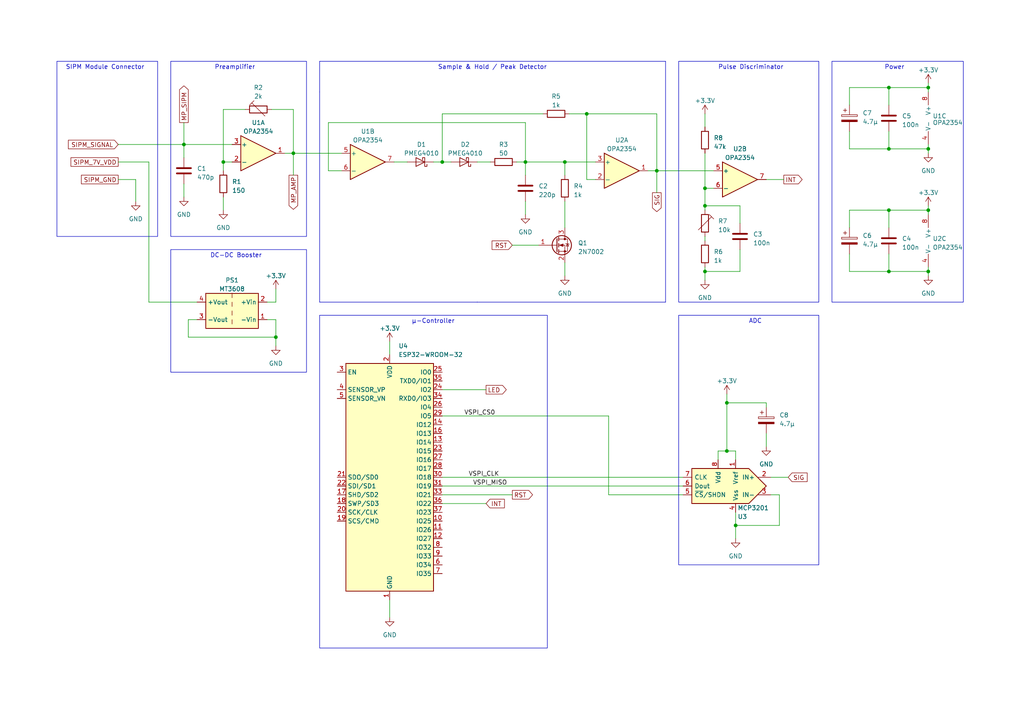
<source format=kicad_sch>
(kicad_sch (version 20230121) (generator eeschema)
  (paper "A4")
  (title_block (title "Gamma Spectrometer"))
  (lib_symbols
    (symbol "Amplifier_Operational:OPA2356xxD" (pin_names (offset 0.127))
      (property "Reference" "U" (at 0 5.08 0))
      (property "Value" "OPA2356xxD" (at 0 -5.08 0))
      (symbol "OPA2356xxD_1_1"
        (polyline (pts (xy -5.08 5.08) (xy 5.08 0) (xy -5.08 -5.08) (xy -5.08 5.08)) (stroke (width 0.254)) (fill (type background)))
        (pin output line (at 7.62 0 180) (length 2.54) (name "~") (number "1"))
        (pin input line (at -7.62 -2.54 0) (length 2.54) (name "-") (number "2"))
        (pin input line (at -7.62 2.54 0) (length 2.54) (name "+") (number "3"))
      )
      (symbol "OPA2356xxD_2_1"
        (polyline (pts (xy -5.08 5.08) (xy 5.08 0) (xy -5.08 -5.08) (xy -5.08 5.08)) (stroke (width 0.254)) (fill (type background)))
        (pin input line (at -7.62 2.54 0) (length 2.54) (name "+") (number "5"))
        (pin input line (at -7.62 -2.54 0) (length 2.54) (name "-") (number "6"))
        (pin output line (at 7.62 0 180) (length 2.54) (name "~") (number "7"))
      )
      (symbol "OPA2356xxD_3_1"
        (pin power_in line (at -2.54 -7.62 90) (length 3.81) (name "V-") (number "4"))
        (pin power_in line (at -2.54 7.62 270) (length 3.81) (name "V+") (number "8"))
      )
    )
    (symbol "Analog_ADC:MCP3201" (pin_names (offset 0.762))
      (property "Reference" "U" (at 3.81 8.89 0))
      (property "Value" "MCP3201" (at 3.81 6.35 0))
      (symbol "MCP3201_0_0"
        (polyline (pts (xy -11.43 0) (xy -6.35 5.08) (xy 10.16 5.08) (xy 10.16 -5.08) (xy -6.35 -5.08) (xy -11.43 0)) (stroke (width 0.254)) (fill (type background)))
      )
      (symbol "MCP3201_1_1"
        (pin power_in line (at -2.54 7.62 270) (length 2.54) (name "Vref") (number "1"))
        (pin input line (at -12.7 2.54 0) (length 3.81) (name "IN+") (number "2"))
        (pin input line (at -12.7 -2.54 0) (length 3.81) (name "IN-") (number "3"))
        (pin power_in line (at -2.54 -7.62 90) (length 2.54) (name "Vss") (number "4"))
        (pin input line (at 12.7 -2.54 180) (length 2.54) (name "~{CS}/SHDN") (number "5"))
        (pin output line (at 12.7 0 180) (length 2.54) (name "Dout") (number "6"))
        (pin input line (at 12.7 2.54 180) (length 2.54) (name "CLK") (number "7"))
        (pin power_in line (at 2.54 7.62 270) (length 2.54) (name "Vdd") (number "8"))
      )
    )
    (symbol "Converter_DCDC:MEE1S0315SC"
      (property "Reference" "PS" (at -7.62 6.35 0))
      (property "Value" "MEE1S0315SC" (at 1.27 6.35 0))
      (symbol "MEE1S0315SC_0_0"
        (pin power_in line (at -10.16 -2.54 0) (length 2.54) (name "-Vin") (number "1"))
        (pin power_in line (at -10.16 2.54 0) (length 2.54) (name "+Vin") (number "2"))
        (pin power_out line (at 10.16 -2.54 180) (length 2.54) (name "-Vout") (number "3"))
        (pin power_out line (at 10.16 2.54 180) (length 2.54) (name "+Vout") (number "4"))
      )
      (symbol "MEE1S0315SC_0_1"
        (rectangle (start -7.62 5.08) (end 7.62 -5.08) (stroke (width 0.254)) (fill (type background)))
        (polyline (pts (xy 0 -2.54) (xy 0 -3.81)))
        (polyline (pts (xy 0 0) (xy 0 -1.27)))
        (polyline (pts (xy 0 2.54) (xy 0 1.27)))
        (polyline (pts (xy 0 5.08) (xy 0 3.81)))
      )
    )
    (symbol "Device:C" (pin_numbers hide) (pin_names (offset 0.254))
      (property "Reference" "C" (at 0.635 2.54 0))
      (property "Value" "C" (at 0.635 -2.54 0))
      (symbol "C_0_1"
        (polyline (pts (xy -2.032 -0.762) (xy 2.032 -0.762)) (stroke (width 0.508)))
        (polyline (pts (xy -2.032 0.762) (xy 2.032 0.762)) (stroke (width 0.508)))
      )
      (symbol "C_1_1"
        (pin passive line (at 0 3.81 270) (length 2.794) (name "~") (number "1"))
        (pin passive line (at 0 -3.81 90) (length 2.794) (name "~") (number "2"))
      )
    )
    (symbol "Device:C_Polarized" (pin_numbers hide) (pin_names (offset 0.254))
      (property "Reference" "C" (at 0.635 2.54 0))
      (property "Value" "C_Polarized" (at 0.635 -2.54 0))
      (symbol "C_Polarized_0_1"
        (rectangle (start -2.286 0.508) (end 2.286 1.016))
        (polyline (pts (xy -1.778 2.286) (xy -0.762 2.286)))
        (polyline (pts (xy -1.27 2.794) (xy -1.27 1.778)))
        (rectangle (start 2.286 -0.508) (end -2.286 -1.016) (fill (type outline)))
      )
      (symbol "C_Polarized_1_1"
        (pin passive line (at 0 3.81 270) (length 2.794) (name "~") (number "1"))
        (pin passive line (at 0 -3.81 90) (length 2.794) (name "~") (number "2"))
      )
    )
    (symbol "Device:R" (pin_numbers hide) (pin_names (offset 0))
      (property "Reference" "R" (at 2.032 0 90))
      (property "Value" "R" (at 0 0 90))
      (symbol "R_0_1"
        (rectangle (start -1.016 -2.54) (end 1.016 2.54) (stroke (width 0.254)))
      )
      (symbol "R_1_1"
        (pin passive line (at 0 3.81 270) (length 1.27) (name "~") (number "1"))
        (pin passive line (at 0 -3.81 90) (length 1.27) (name "~") (number "2"))
      )
    )
    (symbol "Device:R_Trim" (pin_numbers hide) (pin_names (offset 0))
      (property "Reference" "R" (at 2.54 -2.54 90))
      (property "Value" "R_Trim" (at -2.54 -0.635 90))
      (symbol "R_Trim_0_1"
        (rectangle (start -1.016 -2.54) (end 1.016 2.54) (stroke (width 0.254)))
        (polyline (pts (xy -1.905 -1.905) (xy 1.905 1.905) (xy 2.54 1.27) (xy 1.27 2.54)))
      )
      (symbol "R_Trim_1_1"
        (pin passive line (at 0 3.81 270) (length 1.27) (name "~") (number "1"))
        (pin passive line (at 0 -3.81 90) (length 1.27) (name "~") (number "2"))
      )
    )
    (symbol "Diode:PMEG4010ER" (pin_numbers hide) (pin_names hide)
      (property "Reference" "D" (at 0 2.54 0))
      (property "Value" "PMEG4010ER" (at 0 -2.54 0))
      (symbol "PMEG4010ER_0_1"
        (polyline (pts (xy 1.27 0) (xy -1.27 0)))
        (polyline (pts (xy 1.27 1.27) (xy 1.27 -1.27) (xy -1.27 0) (xy 1.27 1.27)) (stroke (width 0.2032)))
        (polyline (pts (xy -1.905 0.635) (xy -1.905 1.27) (xy -1.27 1.27) (xy -1.27 -1.27) (xy -0.635 -1.27) (xy -0.635 -0.635)) (stroke (width 0.2032)))
      )
      (symbol "PMEG4010ER_1_1"
        (pin passive line (at -3.81 0 0) (length 2.54) (name "K") (number "1"))
        (pin passive line (at 3.81 0 180) (length 2.54) (name "A") (number "2"))
      )
    )
    (symbol "RF_Module:ESP32-WROOM-32"
      (property "Reference" "U" (at -12.7 34.29 0))
      (property "Value" "ESP32-WROOM-32" (at 1.27 34.29 0))
      (symbol "ESP32-WROOM-32_0_1"
        (rectangle (start -12.7 33.02) (end 12.7 -33.02) (stroke (width 0.254)) (fill (type background)))
      )
      (symbol "ESP32-WROOM-32_1_1"
        (pin power_in line (at 0 -35.56 90) (length 2.54) (name "GND") (number "1"))
        (pin bidirectional line (at 15.24 -12.7 180) (length 2.54) (name "IO25") (number "10"))
        (pin bidirectional line (at 15.24 -15.24 180) (length 2.54) (name "IO26") (number "11"))
        (pin bidirectional line (at 15.24 -17.78 180) (length 2.54) (name "IO27") (number "12"))
        (pin bidirectional line (at 15.24 10.16 180) (length 2.54) (name "IO14") (number "13"))
        (pin bidirectional line (at 15.24 15.24 180) (length 2.54) (name "IO12") (number "14"))
        (pin passive line (at 0 -35.56 90) (length 2.54) hide (name "GND") (number "15"))
        (pin bidirectional line (at 15.24 12.7 180) (length 2.54) (name "IO13") (number "16"))
        (pin bidirectional line (at -15.24 -5.08 0) (length 2.54) (name "SHD/SD2") (number "17"))
        (pin bidirectional line (at -15.24 -7.62 0) (length 2.54) (name "SWP/SD3") (number "18"))
        (pin bidirectional line (at -15.24 -12.7 0) (length 2.54) (name "SCS/CMD") (number "19"))
        (pin power_in line (at 0 35.56 270) (length 2.54) (name "VDD") (number "2"))
        (pin bidirectional line (at -15.24 -10.16 0) (length 2.54) (name "SCK/CLK") (number "20"))
        (pin bidirectional line (at -15.24 0 0) (length 2.54) (name "SDO/SD0") (number "21"))
        (pin bidirectional line (at -15.24 -2.54 0) (length 2.54) (name "SDI/SD1") (number "22"))
        (pin bidirectional line (at 15.24 7.62 180) (length 2.54) (name "IO15") (number "23"))
        (pin bidirectional line (at 15.24 25.4 180) (length 2.54) (name "IO2") (number "24"))
        (pin bidirectional line (at 15.24 30.48 180) (length 2.54) (name "IO0") (number "25"))
        (pin bidirectional line (at 15.24 20.32 180) (length 2.54) (name "IO4") (number "26"))
        (pin bidirectional line (at 15.24 5.08 180) (length 2.54) (name "IO16") (number "27"))
        (pin bidirectional line (at 15.24 2.54 180) (length 2.54) (name "IO17") (number "28"))
        (pin bidirectional line (at 15.24 17.78 180) (length 2.54) (name "IO5") (number "29"))
        (pin input line (at -15.24 30.48 0) (length 2.54) (name "EN") (number "3"))
        (pin bidirectional line (at 15.24 0 180) (length 2.54) (name "IO18") (number "30"))
        (pin bidirectional line (at 15.24 -2.54 180) (length 2.54) (name "IO19") (number "31"))
        (pin no_connect line (at -12.7 -27.94 0) (length 2.54) hide (name "NC") (number "32"))
        (pin bidirectional line (at 15.24 -5.08 180) (length 2.54) (name "IO21") (number "33"))
        (pin bidirectional line (at 15.24 22.86 180) (length 2.54) (name "RXD0/IO3") (number "34"))
        (pin bidirectional line (at 15.24 27.94 180) (length 2.54) (name "TXD0/IO1") (number "35"))
        (pin bidirectional line (at 15.24 -7.62 180) (length 2.54) (name "IO22") (number "36"))
        (pin bidirectional line (at 15.24 -10.16 180) (length 2.54) (name "IO23") (number "37"))
        (pin passive line (at 0 -35.56 90) (length 2.54) hide (name "GND") (number "38"))
        (pin passive line (at 0 -35.56 90) (length 2.54) hide (name "GND") (number "39"))
        (pin input line (at -15.24 25.4 0) (length 2.54) (name "SENSOR_VP") (number "4"))
        (pin input line (at -15.24 22.86 0) (length 2.54) (name "SENSOR_VN") (number "5"))
        (pin input line (at 15.24 -25.4 180) (length 2.54) (name "IO34") (number "6"))
        (pin input line (at 15.24 -27.94 180) (length 2.54) (name "IO35") (number "7"))
        (pin bidirectional line (at 15.24 -20.32 180) (length 2.54) (name "IO32") (number "8"))
        (pin bidirectional line (at 15.24 -22.86 180) (length 2.54) (name "IO33") (number "9"))
      )
    )
    (symbol "Transistor_FET:2N7002" (pin_names hide)
      (property "Reference" "Q" (at 5.08 1.905 0))
      (property "Value" "2N7002" (at 5.08 0 0))
      (symbol "2N7002_0_1"
        (polyline (pts (xy 0.254 0) (xy -2.54 0)))
        (polyline (pts (xy 0.254 1.905) (xy 0.254 -1.905)) (stroke (width 0.254)))
        (polyline (pts (xy 0.762 -1.27) (xy 0.762 -2.286)) (stroke (width 0.254)))
        (polyline (pts (xy 0.762 0.508) (xy 0.762 -0.508)) (stroke (width 0.254)))
        (polyline (pts (xy 0.762 2.286) (xy 0.762 1.27)) (stroke (width 0.254)))
        (polyline (pts (xy 2.54 2.54) (xy 2.54 1.778)))
        (polyline (pts (xy 2.54 -2.54) (xy 2.54 0) (xy 0.762 0)))
        (polyline (pts (xy 0.762 -1.778) (xy 3.302 -1.778) (xy 3.302 1.778) (xy 0.762 1.778)))
        (polyline (pts (xy 1.016 0) (xy 2.032 0.381) (xy 2.032 -0.381) (xy 1.016 0)) (fill (type outline)))
        (polyline (pts (xy 2.794 0.508) (xy 2.921 0.381) (xy 3.683 0.381) (xy 3.81 0.254)))
        (polyline (pts (xy 3.302 0.381) (xy 2.921 -0.254) (xy 3.683 -0.254) (xy 3.302 0.381)))
        (circle (center 1.651 0) (radius 2.794) (stroke (width 0.254)))
        (circle (center 2.54 -1.778) (radius 0.254) (fill (type outline)))
        (circle (center 2.54 1.778) (radius 0.254) (fill (type outline)))
      )
      (symbol "2N7002_1_1"
        (pin input line (at -5.08 0 0) (length 2.54) (name "G") (number "1"))
        (pin passive line (at 2.54 -5.08 90) (length 2.54) (name "S") (number "2"))
        (pin passive line (at 2.54 5.08 270) (length 2.54) (name "D") (number "3"))
      )
    )
    (symbol "power:+3.3V" (power) (pin_names (offset 0))
      (property "Value" "+3.3V" (at 0 3.556 0))
      (symbol "+3.3V_0_1"
        (polyline (pts (xy -0.762 1.27) (xy 0 2.54)))
        (polyline (pts (xy 0 0) (xy 0 2.54)))
        (polyline (pts (xy 0 2.54) (xy 0.762 1.27)))
      )
      (symbol "+3.3V_1_1"
        (pin power_in line (at 0 0 90) (length 0) hide (name "+3.3V") (number "1"))
      )
    )
    (symbol "power:GND" (power) (pin_names (offset 0))
      (property "Value" "GND" (at 0 -3.81 0))
      (symbol "GND_0_1"
        (polyline (pts (xy 0 0) (xy 0 -1.27) (xy 1.27 -1.27) (xy 0 -2.54) (xy -1.27 -1.27) (xy 0 -1.27)))
      )
      (symbol "GND_1_1"
        (pin power_in line (at 0 0 270) (length 0) hide (name "GND") (number "1"))
      )
    )
  )
  (junction (at 80.01 97.79))
  (junction (at 257.81 60.96))
  (junction (at 213.36 152.4))
  (junction (at 204.47 78.74))
  (junction (at 257.81 43.18))
  (junction (at 269.24 60.96))
  (junction (at 64.77 46.99))
  (junction (at 269.24 78.74))
  (junction (at 210.82 116.84))
  (junction (at 53.34 41.91))
  (junction (at 85.09 44.45))
  (junction (at 204.47 54.61))
  (junction (at 269.24 43.18))
  (junction (at 152.4 46.99))
  (junction (at 269.24 25.4))
  (junction (at 163.83 46.99))
  (junction (at 190.5 49.53))
  (junction (at 257.81 78.74))
  (junction (at 128.27 46.99))
  (junction (at 257.81 25.4))
  (junction (at 170.18 33.02))
  (junction (at 210.82 130.81))
  (junction (at 204.47 59.69))
  (wire (pts (xy 64.77 46.99) (xy 67.31 46.99)))
  (wire (pts (xy 113.03 173.99) (xy 113.03 179.07)))
  (wire (pts (xy 43.18 46.99) (xy 43.18 87.63)))
  (wire (pts (xy 138.43 46.99) (xy 142.24 46.99)))
  (wire (pts (xy 43.18 87.63) (xy 57.15 87.63)))
  (wire (pts (xy 204.47 78.74) (xy 214.63 78.74)))
  (wire (pts (xy 257.81 25.4) (xy 257.81 30.48)))
  (wire (pts (xy 213.36 152.4) (xy 213.36 156.21)))
  (wire (pts (xy 204.47 78.74) (xy 204.47 81.28)))
  (polyline (pts (xy 138.43 87.63) (xy 138.43 87.63)))
  (polyline (pts (xy 92.71 87.63) (xy 138.43 87.63)))
  (wire (pts (xy 204.47 44.45) (xy 204.47 54.61)))
  (wire (pts (xy 204.47 77.47) (xy 204.47 78.74)))
  (wire (pts (xy 269.24 43.18) (xy 269.24 44.45)))
  (wire (pts (xy 64.77 57.15) (xy 64.77 60.96)))
  (wire (pts (xy 54.61 92.71) (xy 54.61 97.79)))
  (polyline (pts (xy 92.71 26.67) (xy 92.71 87.63)))
  (wire (pts (xy 128.27 46.99) (xy 130.81 46.99)))
  (wire (pts (xy 269.24 78.74) (xy 269.24 80.01)))
  (wire (pts (xy 34.29 52.07) (xy 39.37 52.07)))
  (wire (pts (xy 165.1 33.02) (xy 170.18 33.02)))
  (wire (pts (xy 85.09 44.45) (xy 99.06 44.45)))
  (wire (pts (xy 170.18 33.02) (xy 190.5 33.02)))
  (wire (pts (xy 53.34 53.34) (xy 53.34 57.15)))
  (wire (pts (xy 64.77 31.75) (xy 71.12 31.75)))
  (wire (pts (xy 80.01 87.63) (xy 77.47 87.63)))
  (wire (pts (xy 54.61 92.71) (xy 57.15 92.71)))
  (wire (pts (xy 152.4 46.99) (xy 163.83 46.99)))
  (wire (pts (xy 210.82 114.3) (xy 210.82 116.84)))
  (wire (pts (xy 53.34 41.91) (xy 53.34 45.72)))
  (wire (pts (xy 223.52 138.43) (xy 228.6 138.43)))
  (wire (pts (xy 269.24 25.4) (xy 269.24 26.67)))
  (wire (pts (xy 210.82 130.81) (xy 213.36 130.81)))
  (wire (pts (xy 257.81 38.1) (xy 257.81 43.18)))
  (wire (pts (xy 54.61 97.79) (xy 80.01 97.79)))
  (wire (pts (xy 204.47 33.02) (xy 204.47 36.83)))
  (wire (pts (xy 204.47 68.58) (xy 204.47 69.85)))
  (wire (pts (xy 125.73 46.99) (xy 128.27 46.99)))
  (wire (pts (xy 190.5 49.53) (xy 190.5 55.88)))
  (wire (pts (xy 128.27 143.51) (xy 148.59 143.51)))
  (wire (pts (xy 43.18 46.99) (xy 34.29 46.99)))
  (wire (pts (xy 207.01 54.61) (xy 204.47 54.61)))
  (wire (pts (xy 269.24 24.13) (xy 269.24 25.4)))
  (wire (pts (xy 80.01 83.82) (xy 80.01 87.63)))
  (wire (pts (xy 198.12 143.51) (xy 176.53 143.51)))
  (wire (pts (xy 204.47 59.69) (xy 204.47 60.96)))
  (wire (pts (xy 204.47 59.69) (xy 214.63 59.69)))
  (wire (pts (xy 152.4 58.42) (xy 152.4 62.23)))
  (wire (pts (xy 80.01 97.79) (xy 80.01 100.33)))
  (wire (pts (xy 95.25 35.56) (xy 152.4 35.56)))
  (polyline (pts (xy 193.04 87.63) (xy 193.04 17.78)))
  (wire (pts (xy 82.55 44.45) (xy 85.09 44.45)))
  (wire (pts (xy 257.81 43.18) (xy 269.24 43.18)))
  (wire (pts (xy 114.3 46.99) (xy 118.11 46.99)))
  (wire (pts (xy 223.52 143.51) (xy 226.06 143.51)))
  (wire (pts (xy 208.28 133.35) (xy 208.28 130.81)))
  (wire (pts (xy 246.38 60.96) (xy 257.81 60.96)))
  (wire (pts (xy 210.82 116.84) (xy 222.25 116.84)))
  (wire (pts (xy 226.06 143.51) (xy 226.06 152.4)))
  (wire (pts (xy 85.09 31.75) (xy 85.09 44.45)))
  (wire (pts (xy 222.25 52.07) (xy 227.33 52.07)))
  (wire (pts (xy 39.37 52.07) (xy 39.37 58.42)))
  (wire (pts (xy 246.38 25.4) (xy 246.38 30.48)))
  (wire (pts (xy 208.28 130.81) (xy 210.82 130.81)))
  (wire (pts (xy 176.53 143.51) (xy 176.53 120.65)))
  (wire (pts (xy 78.74 31.75) (xy 85.09 31.75)))
  (wire (pts (xy 53.34 35.56) (xy 53.34 41.91)))
  (wire (pts (xy 34.29 41.91) (xy 53.34 41.91)))
  (wire (pts (xy 113.03 99.06) (xy 113.03 102.87)))
  (wire (pts (xy 213.36 130.81) (xy 213.36 133.35)))
  (wire (pts (xy 269.24 25.4) (xy 257.81 25.4)))
  (wire (pts (xy 226.06 152.4) (xy 213.36 152.4)))
  (wire (pts (xy 214.63 64.77) (xy 214.63 59.69)))
  (wire (pts (xy 128.27 140.97) (xy 198.12 140.97)))
  (wire (pts (xy 214.63 72.39) (xy 214.63 78.74)))
  (wire (pts (xy 148.59 71.12) (xy 156.21 71.12)))
  (wire (pts (xy 128.27 113.03) (xy 140.97 113.03)))
  (wire (pts (xy 269.24 41.91) (xy 269.24 43.18)))
  (wire (pts (xy 163.83 58.42) (xy 163.83 66.04)))
  (wire (pts (xy 152.4 35.56) (xy 152.4 46.99)))
  (wire (pts (xy 170.18 52.07) (xy 172.72 52.07)))
  (wire (pts (xy 210.82 116.84) (xy 210.82 130.81)))
  (wire (pts (xy 128.27 138.43) (xy 198.12 138.43)))
  (wire (pts (xy 128.27 146.05) (xy 140.97 146.05)))
  (wire (pts (xy 128.27 33.02) (xy 128.27 46.99)))
  (wire (pts (xy 246.38 38.1) (xy 246.38 43.18)))
  (wire (pts (xy 77.47 92.71) (xy 80.01 92.71)))
  (wire (pts (xy 190.5 49.53) (xy 207.01 49.53)))
  (wire (pts (xy 190.5 33.02) (xy 190.5 49.53)))
  (wire (pts (xy 204.47 54.61) (xy 204.47 59.69)))
  (wire (pts (xy 163.83 76.2) (xy 163.83 80.01)))
  (wire (pts (xy 269.24 60.96) (xy 269.24 62.23)))
  (wire (pts (xy 246.38 43.18) (xy 257.81 43.18)))
  (wire (pts (xy 269.24 77.47) (xy 269.24 78.74)))
  (wire (pts (xy 53.34 41.91) (xy 67.31 41.91)))
  (polyline (pts (xy 193.04 17.78) (xy 92.71 17.78)))
  (wire (pts (xy 99.06 49.53) (xy 95.25 49.53)))
  (wire (pts (xy 152.4 46.99) (xy 152.4 50.8)))
  (wire (pts (xy 257.81 25.4) (xy 246.38 25.4)))
  (wire (pts (xy 64.77 46.99) (xy 64.77 31.75)))
  (wire (pts (xy 213.36 148.59) (xy 213.36 152.4)))
  (wire (pts (xy 163.83 46.99) (xy 163.83 50.8)))
  (wire (pts (xy 257.81 78.74) (xy 269.24 78.74)))
  (wire (pts (xy 80.01 92.71) (xy 80.01 97.79)))
  (wire (pts (xy 152.4 46.99) (xy 149.86 46.99)))
  (wire (pts (xy 64.77 49.53) (xy 64.77 46.99)))
  (wire (pts (xy 190.5 49.53) (xy 187.96 49.53)))
  (wire (pts (xy 257.81 60.96) (xy 269.24 60.96)))
  (wire (pts (xy 85.09 44.45) (xy 85.09 50.8)))
  (wire (pts (xy 157.48 33.02) (xy 128.27 33.02)))
  (wire (pts (xy 246.38 66.04) (xy 246.38 60.96)))
  (polyline (pts (xy 138.43 87.63) (xy 193.04 87.63)))
  (wire (pts (xy 246.38 73.66) (xy 246.38 78.74)))
  (wire (pts (xy 95.25 49.53) (xy 95.25 35.56)))
  (wire (pts (xy 170.18 33.02) (xy 170.18 52.07)))
  (wire (pts (xy 222.25 116.84) (xy 222.25 118.11)))
  (wire (pts (xy 222.25 125.73) (xy 222.25 129.54)))
  (wire (pts (xy 257.81 66.04) (xy 257.81 60.96)))
  (wire (pts (xy 246.38 78.74) (xy 257.81 78.74)))
  (wire (pts (xy 269.24 59.69) (xy 269.24 60.96)))
  (polyline (pts (xy 92.71 17.78) (xy 92.71 26.67)))
  (wire (pts (xy 163.83 46.99) (xy 172.72 46.99)))
  (wire (pts (xy 257.81 73.66) (xy 257.81 78.74)))
  (wire (pts (xy 128.27 120.65) (xy 176.53 120.65)))
  (rectangle (start 241.3 17.78) (end 279.4 87.63))
  (rectangle (start 92.71 91.44) (end 158.75 187.96))
  (rectangle (start 49.53 17.78) (end 88.9 68.58))
  (rectangle (start 196.85 91.44) (end 237.49 163.83))
  (rectangle (start 49.53 72.39) (end 88.9 107.95))
  (rectangle (start 16.51 17.78) (end 45.72 68.58))
  (rectangle (start 196.85 17.78) (end 237.49 87.63))
  (text "Sample & Hold / Peak Detector" (at 127 20.32 0) (effects (font (size 1.27 1.27)) (justify left bottom)))
  (text "Pulse Discriminator" (at 208.28 20.32 0) (effects (font (size 1.27 1.27)) (justify left bottom)))
  (text "µ-Controller" (at 119.38 93.98 0) (effects (font (size 1.27 1.27)) (justify left bottom)))
  (text "SIPM Module Connector" (at 19.05 20.32 0) (effects (font (size 1.27 1.27)) (justify left bottom)))
  (text "DC-DC Booster" (at 60.96 74.93 0) (effects (font (size 1.27 1.27)) (justify left bottom)))
  (text "ADC" (at 217.17 93.98 0) (effects (font (size 1.27 1.27)) (justify left bottom)))
  (text "Preamplifier" (at 62.23 20.32 0) (effects (font (size 1.27 1.27)) (justify left bottom)))
  (text "Power" (at 256.54 20.32 0) (effects (font (size 1.27 1.27)) (justify left bottom)))
  (label "VSPI_MISO" (at 137.16 140.97 0))
  (label "VSPI_CLK" (at 135.89 138.43 0))
  (label "VSPI_CS0" (at 134.62 120.65 0))
  (global_label "LED" (shape output) (at 140.97 113.03 0) (property "Intersheetrefs" "${INTERSHEET_REFS}" (effects hide)))
  (global_label "MP_SIPM" (shape output) (at 53.34 35.56 90) (property "Intersheetrefs" "${INTERSHEET_REFS}" (effects hide)))
  (global_label "INT" (shape input) (at 140.97 146.05 0) (property "Intersheetrefs" "${INTERSHEET_REFS}" (effects hide)))
  (global_label "SIPM_7V_VDD" (shape passive) (at 34.29 46.99 180) (property "Intersheetrefs" "${INTERSHEET_REFS}" (effects hide)))
  (global_label "RST" (shape input) (at 148.59 71.12 180) (property "Intersheetrefs" "${INTERSHEET_REFS}" (effects hide)))
  (global_label "SIPM_GND" (shape passive) (at 34.29 52.07 180) (property "Intersheetrefs" "${INTERSHEET_REFS}" (effects hide)))
  (global_label "INT" (shape output) (at 227.33 52.07 0) (property "Intersheetrefs" "${INTERSHEET_REFS}" (effects hide)))
  (global_label "SIG" (shape input) (at 228.6 138.43 0) (property "Intersheetrefs" "${INTERSHEET_REFS}" (effects hide)))
  (global_label "SIPM_SIGNAL" (shape input) (at 34.29 41.91 180) (property "Intersheetrefs" "${INTERSHEET_REFS}" (effects hide)))
  (global_label "MP_AMP" (shape output) (at 85.09 50.8 270) (property "Intersheetrefs" "${INTERSHEET_REFS}" (effects hide)))
  (global_label "RST" (shape output) (at 148.59 143.51 0) (property "Intersheetrefs" "${INTERSHEET_REFS}" (effects hide)))
  (global_label "SIG" (shape output) (at 190.5 55.88 270) (property "Intersheetrefs" "${INTERSHEET_REFS}" (effects hide)))
  (symbol (lib_id "Device:C") (at 53.34 49.53 0) (unit 1)
    (property "Reference" "C1" (at 57.15 48.895 0) (effects (justify left)))
    (property "Value" "470p" (at 57.15 51.435 0) (effects (justify left)))
  )
  (symbol (lib_id "Device:R_Trim") (at 204.47 64.77 0) (unit 1)
    (property "Reference" "R7" (at 208.28 64.135 0) (effects (justify left)))
    (property "Value" "10k" (at 208.28 66.675 0) (effects (justify left)))
  )
  (symbol (lib_id "Device:R") (at 64.77 53.34 0) (unit 1)
    (property "Reference" "R1" (at 67.31 52.705 0) (effects (justify left)))
    (property "Value" "150" (at 67.31 55.245 0) (effects (justify left)))
  )
  (symbol (lib_id "Diode:PMEG4010ER") (at 121.92 46.99 180) (unit 1)
    (property "Reference" "D1" (at 122.2375 41.91 0))
    (property "Value" "PMEG4010" (at 122.2375 44.45 0))
    (property "Footprint" "Diode_SMD:Nexperia_CFP3_SOD-123W" (effects hide))
    (property "Datasheet" "https://assets.nexperia.com/documents/data-sheet/PMEG4010ER.pdf" (effects hide))
  )
  (symbol (lib_id "Amplifier_Operational:OPA2356xxD") (at 106.68 46.99 0) (unit 2)
    (property "Reference" "U1" (at 106.68 38.1 0))
    (property "Value" "OPA2354" (at 106.68 40.64 0))
    (property "Datasheet" "http://www.ti.com/lit/ds/symlink/opa2356.pdf" (effects hide))
  )
  (symbol (lib_id "power:GND") (at 113.03 179.07 0) (unit 1)
    (property "Reference" "#PWR013" (effects hide))
    (property "Value" "GND" (at 113.03 184.15 0))
  )
  (symbol (lib_id "Amplifier_Operational:OPA2356xxD") (at 271.78 34.29 0) (unit 3)
    (property "Reference" "U1" (at 270.51 33.655 0) (effects (justify left)))
    (property "Value" "OPA2354" (at 270.51 35.56 0) (effects (justify left)))
    (property "Datasheet" "http://www.ti.com/lit/ds/symlink/opa2356.pdf" (effects hide))
  )
  (symbol (lib_id "power:+3.3V") (at 204.47 33.02 0) (unit 1)
    (property "Reference" "#PWR08" (effects hide))
    (property "Value" "+3.3V" (at 204.47 29.21 0))
  )
  (symbol (lib_id "Device:C_Polarized") (at 222.25 121.92 0) (unit 1)
    (property "Reference" "C8" (at 226.06 120.396 0) (effects (justify left)))
    (property "Value" "4.7µ" (at 226.06 122.936 0) (effects (justify left)))
  )
  (symbol (lib_id "Amplifier_Operational:OPA2356xxD") (at 214.63 52.07 0) (unit 2)
    (property "Reference" "U2" (at 214.63 43.18 0))
    (property "Value" "OPA2354" (at 214.63 45.72 0))
    (property "Datasheet" "http://www.ti.com/lit/ds/symlink/opa2356.pdf" (effects hide))
  )
  (symbol (lib_id "power:GND") (at 152.4 62.23 0) (unit 1)
    (property "Reference" "#PWR05" (effects hide))
    (property "Value" "GND" (at 152.4 67.31 0))
  )
  (symbol (lib_id "Device:R") (at 204.47 73.66 0) (unit 1)
    (property "Reference" "R6" (at 207.01 73.025 0) (effects (justify left)))
    (property "Value" "1k" (at 207.01 75.565 0) (effects (justify left)))
  )
  (symbol (lib_id "Device:R") (at 163.83 54.61 0) (unit 1)
    (property "Reference" "R4" (at 166.37 53.975 0) (effects (justify left)))
    (property "Value" "1k" (at 166.37 56.515 0) (effects (justify left)))
  )
  (symbol (lib_id "Device:C") (at 152.4 54.61 0) (unit 1)
    (property "Reference" "C2" (at 156.21 53.975 0) (effects (justify left)))
    (property "Value" "220p" (at 156.21 56.515 0) (effects (justify left)))
  )
  (symbol (lib_id "power:+3.3V") (at 210.82 114.3 0) (unit 1)
    (property "Reference" "#PWR012" (effects hide))
    (property "Value" "+3.3V" (at 210.82 110.49 0))
  )
  (symbol (lib_id "power:+3.3V") (at 113.03 99.06 0) (unit 1)
    (property "Reference" "#PWR014" (effects hide))
    (property "Value" "+3.3V" (at 113.03 95.25 0))
  )
  (symbol (lib_id "RF_Module:ESP32-WROOM-32") (at 113.03 138.43 0) (unit 1)
    (property "Reference" "U4" (at 115.57 100.33 0) (effects (justify left)))
    (property "Value" "ESP32-WROOM-32" (at 115.57 102.87 0) (effects (justify left)))
    (property "Footprint" "RF_Module:ESP32-WROOM-32" (effects hide))
    (property "Datasheet" "https://www.espressif.com/sites/default/files/documentation/esp32-wroom-32_datasheet_en.pdf" (effects hide))
  )
  (symbol (lib_id "power:GND") (at 269.24 80.01 0) (unit 1)
    (property "Reference" "#PWR09" (effects hide))
    (property "Value" "GND" (at 269.24 85.09 0))
  )
  (symbol (lib_id "Amplifier_Operational:OPA2356xxD") (at 180.34 49.53 0) (unit 1)
    (property "Reference" "U2" (at 180.34 40.64 0))
    (property "Value" "OPA2354" (at 180.34 43.18 0))
    (property "Datasheet" "http://www.ti.com/lit/ds/symlink/opa2356.pdf" (effects hide))
  )
  (symbol (lib_id "Device:C") (at 257.81 34.29 0) (unit 1)
    (property "Reference" "C5" (at 261.62 33.655 0) (effects (justify left)))
    (property "Value" "100n" (at 261.62 36.195 0) (effects (justify left)))
  )
  (symbol (lib_id "power:GND") (at 204.47 81.28 0) (unit 1)
    (property "Reference" "#PWR07" (effects hide))
    (property "Value" "GND" (at 204.47 86.36 0))
  )
  (symbol (lib_id "power:+3.3V") (at 269.24 59.69 0) (unit 1)
    (property "Reference" "#PWR010" (effects hide))
    (property "Value" "+3.3V" (at 269.24 55.88 0))
  )
  (symbol (lib_id "Amplifier_Operational:OPA2356xxD") (at 271.78 69.85 0) (unit 3)
    (property "Reference" "U2" (at 270.51 69.215 0) (effects (justify left)))
    (property "Value" "OPA2354" (at 270.51 71.755 0) (effects (justify left)))
    (property "Datasheet" "http://www.ti.com/lit/ds/symlink/opa2356.pdf" (effects hide))
  )
  (symbol (lib_id "power:GND") (at 53.34 57.15 0) (unit 1)
    (property "Reference" "#PWR04" (effects hide))
    (property "Value" "GND" (at 53.34 62.23 0))
  )
  (symbol (lib_id "power:GND") (at 80.01 100.33 0) (mirror y) (unit 1)
    (property "Reference" "#PWR015" (effects hide))
    (property "Value" "GND" (at 80.01 105.41 0))
  )
  (symbol (lib_id "Device:C_Polarized") (at 246.38 34.29 0) (unit 1)
    (property "Reference" "C7" (at 250.19 32.766 0) (effects (justify left)))
    (property "Value" "4.7µ" (at 250.19 35.306 0) (effects (justify left)))
  )
  (symbol (lib_id "Device:R") (at 204.47 40.64 0) (unit 1)
    (property "Reference" "R8" (at 207.01 40.005 0) (effects (justify left)))
    (property "Value" "47k" (at 207.01 42.545 0) (effects (justify left)))
  )
  (symbol (lib_id "power:+3.3V") (at 269.24 24.13 0) (unit 1)
    (property "Reference" "#PWR01" (effects hide))
    (property "Value" "+3.3V" (at 269.24 20.32 0))
  )
  (symbol (lib_id "Device:R_Trim") (at 74.93 31.75 90) (unit 1)
    (property "Reference" "R2" (at 74.93 25.4 90))
    (property "Value" "2k" (at 74.93 27.94 90))
  )
  (symbol (lib_id "Device:C_Polarized") (at 246.38 69.85 0) (unit 1)
    (property "Reference" "C6" (at 250.19 68.326 0) (effects (justify left)))
    (property "Value" "4.7µ" (at 250.19 70.866 0) (effects (justify left)))
  )
  (symbol (lib_id "power:GND") (at 213.36 156.21 0) (unit 1)
    (property "Reference" "#PWR011" (effects hide))
    (property "Value" "GND" (at 213.36 161.29 0))
  )
  (symbol (lib_id "Device:C") (at 257.81 69.85 0) (unit 1)
    (property "Reference" "C4" (at 261.62 69.215 0) (effects (justify left)))
    (property "Value" "100n" (at 261.62 71.755 0) (effects (justify left)))
  )
  (symbol (lib_id "power:GND") (at 64.77 60.96 0) (unit 1)
    (property "Reference" "#PWR03" (effects hide))
    (property "Value" "GND" (at 64.77 66.04 0))
  )
  (symbol (lib_id "Transistor_FET:2N7002") (at 161.29 71.12 0) (unit 1)
    (property "Reference" "Q1" (at 167.64 70.485 0) (effects (justify left)))
    (property "Value" "2N7002" (at 167.64 73.025 0) (effects (justify left)))
    (property "Footprint" "Package_TO_SOT_SMD:SOT-23" (effects hide))
    (property "Datasheet" "https://www.onsemi.com/pub/Collateral/NDS7002A-D.PDF" (effects hide))
  )
  (symbol (lib_id "Device:C") (at 214.63 68.58 0) (unit 1)
    (property "Reference" "C3" (at 218.44 67.945 0) (effects (justify left)))
    (property "Value" "100n" (at 218.44 70.485 0) (effects (justify left)))
  )
  (symbol (lib_id "power:GND") (at 39.37 58.42 0) (unit 1)
    (property "Reference" "#PWR017" (effects hide))
    (property "Value" "GND" (at 39.37 63.5 0))
  )
  (symbol (lib_id "Device:R") (at 146.05 46.99 90) (unit 1)
    (property "Reference" "R3" (at 146.05 41.91 90))
    (property "Value" "50" (at 146.05 44.45 90))
  )
  (symbol (lib_id "Analog_ADC:MCP3201") (at 210.82 140.97 0) (mirror y) (unit 1)
    (property "Reference" "U3" (at 213.9441 149.86 0) (effects (justify right)))
    (property "Value" "MCP3201" (at 213.9441 147.32 0) (effects (justify right)))
    (property "Datasheet" "http://ww1.microchip.com/downloads/en/DeviceDoc/21290D.pdf" (effects hide))
  )
  (symbol (lib_id "power:GND") (at 222.25 129.54 0) (unit 1)
    (property "Reference" "#PWR018" (effects hide))
    (property "Value" "GND" (at 222.25 134.62 0))
  )
  (symbol (lib_id "Diode:PMEG4010ER") (at 134.62 46.99 180) (unit 1)
    (property "Reference" "D2" (at 134.9375 41.91 0))
    (property "Value" "PMEG4010" (at 134.9375 44.45 0))
    (property "Footprint" "Diode_SMD:Nexperia_CFP3_SOD-123W" (effects hide))
    (property "Datasheet" "https://assets.nexperia.com/documents/data-sheet/PMEG4010ER.pdf" (effects hide))
  )
  (symbol (lib_id "power:+3.3V") (at 80.01 83.82 0) (mirror y) (unit 1)
    (property "Reference" "#PWR016" (effects hide))
    (property "Value" "+3.3V" (at 80.01 80.01 0))
  )
  (symbol (lib_id "Device:R") (at 161.29 33.02 90) (unit 1)
    (property "Reference" "R5" (at 161.29 27.94 90))
    (property "Value" "1k" (at 161.29 30.48 90))
  )
  (symbol (lib_id "Amplifier_Operational:OPA2356xxD") (at 74.93 44.45 0) (unit 1)
    (property "Reference" "U1" (at 74.93 35.56 0))
    (property "Value" "OPA2354" (at 74.93 38.1 0))
    (property "Datasheet" "http://www.ti.com/lit/ds/symlink/opa2356.pdf" (effects hide))
  )
  (symbol (lib_id "power:GND") (at 269.24 44.45 0) (unit 1)
    (property "Reference" "#PWR02" (effects hide))
    (property "Value" "GND" (at 269.24 49.53 0))
  )
  (symbol (lib_id "power:GND") (at 163.83 80.01 0) (unit 1)
    (property "Reference" "#PWR06" (effects hide))
    (property "Value" "GND" (at 163.83 85.09 0))
  )
  (symbol (lib_id "Converter_DCDC:MEE1S0315SC") (at 67.31 90.17 0) (mirror y) (unit 1)
    (property "Reference" "PS1" (at 67.31 81.28 0))
    (property "Value" "MT3608" (at 67.31 83.82 0))
    (property "Footprint" "Converter_DCDC:Converter_DCDC_Murata_MEE1SxxxxSC_THT" (effects hide))
    (property "Datasheet" "https://power.murata.com/pub/data/power/ncl/kdc_mee1.pdf" (effects hide))
  )
)
</source>
